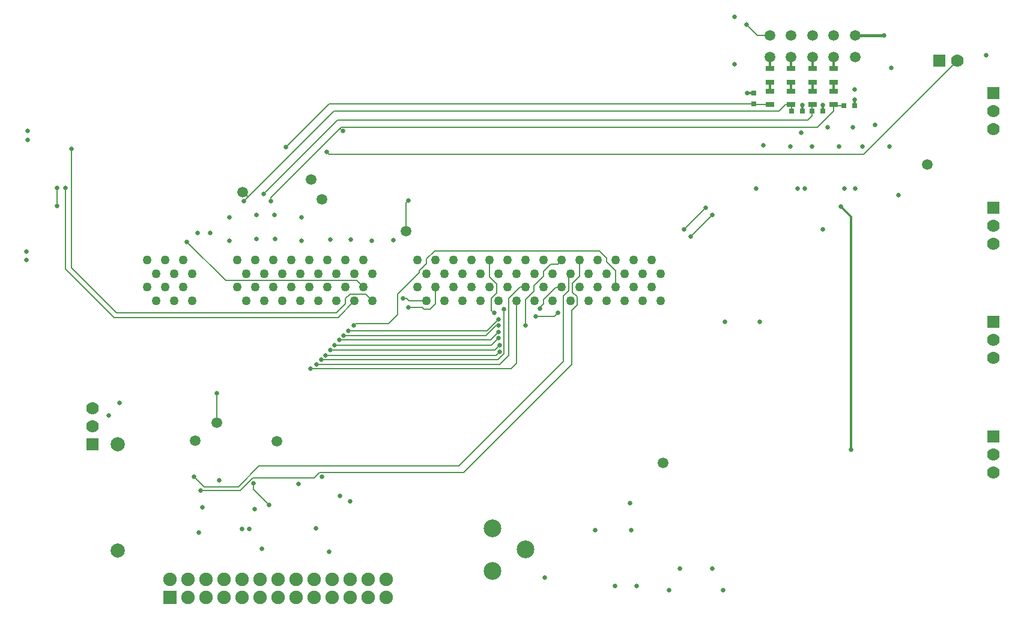
<source format=gbl>
G04 #@! TF.FileFunction,Copper,L4,Bot,Signal*
%FSLAX46Y46*%
G04 Gerber Fmt 4.6, Leading zero omitted, Abs format (unit mm)*
G04 Created by KiCad (PCBNEW (2016-07-28 BZR 6996, Git e15ad93)-product) date Mon Aug  8 00:28:43 2016*
%MOMM*%
%LPD*%
G01*
G04 APERTURE LIST*
%ADD10C,0.100000*%
%ADD11R,1.300000X0.700000*%
%ADD12R,0.800000X0.750000*%
%ADD13C,1.270000*%
%ADD14C,1.778000*%
%ADD15R,1.778000X1.778000*%
%ADD16C,2.500000*%
%ADD17C,1.500000*%
%ADD18R,1.905000X1.905000*%
%ADD19O,1.905000X1.905000*%
%ADD20C,1.998980*%
%ADD21C,1.501140*%
%ADD22R,0.750000X0.800000*%
%ADD23C,0.635000*%
%ADD24C,0.406400*%
%ADD25C,0.304800*%
%ADD26C,0.152400*%
G04 APERTURE END LIST*
D10*
D11*
X114204000Y73562000D03*
X114204000Y75462000D03*
D12*
X114185000Y72644000D03*
X115685000Y72644000D03*
X118630000Y73406000D03*
X120130000Y73406000D03*
D13*
X20447000Y47815500D03*
X21717000Y45910500D03*
X22987000Y47815500D03*
X24257000Y45910500D03*
X25527000Y47815500D03*
X26797000Y45910500D03*
X33147000Y47815500D03*
X34417000Y45910500D03*
X35687000Y47815500D03*
X36957000Y45910500D03*
X38227000Y47815500D03*
X39497000Y45910500D03*
X40767000Y47815500D03*
X42037000Y45910500D03*
X43307000Y47815500D03*
X44577000Y45910500D03*
X45847000Y47815500D03*
X47117000Y45910500D03*
X48387000Y47815500D03*
X49657000Y45910500D03*
X50927000Y47815500D03*
X52197000Y45910500D03*
X58547000Y47815500D03*
X59817000Y45910500D03*
X61087000Y47815500D03*
X62357000Y45910500D03*
X63627000Y47815500D03*
X64897000Y45910500D03*
X66167000Y47815500D03*
X67437000Y45910500D03*
X68707000Y47815500D03*
X69977000Y45910500D03*
X71247000Y47815500D03*
X72517000Y45910500D03*
X73787000Y47815500D03*
X75057000Y45910500D03*
X76327000Y47815500D03*
X77597000Y45910500D03*
X78867000Y47815500D03*
X80137000Y45910500D03*
X81407000Y47815500D03*
X82677000Y45910500D03*
X83947000Y47815500D03*
X85217000Y45910500D03*
X86487000Y47815500D03*
X87757000Y45910500D03*
X89027000Y47815500D03*
X90297000Y45910500D03*
X91567000Y47815500D03*
X92837000Y45910500D03*
X20447000Y51625500D03*
X21717000Y49720500D03*
X22987000Y51625500D03*
X24257000Y49720500D03*
X25527000Y51625500D03*
X26797000Y49720500D03*
X33147000Y51625500D03*
X34417000Y49720500D03*
X35687000Y51625500D03*
X36957000Y49720500D03*
X38227000Y51625500D03*
X39497000Y49720500D03*
X40767000Y51625500D03*
X42037000Y49720500D03*
X43307000Y51625500D03*
X44577000Y49720500D03*
X45847000Y51625500D03*
X47117000Y49720500D03*
X48387000Y51625500D03*
X49657000Y49720500D03*
X50927000Y51625500D03*
X52197000Y49720500D03*
X58547000Y51625500D03*
X59817000Y49720500D03*
X61087000Y51625500D03*
X62357000Y49720500D03*
X63627000Y51625500D03*
X64897000Y49720500D03*
X66167000Y51625500D03*
X67437000Y49720500D03*
X68707000Y51625500D03*
X69977000Y49720500D03*
X71247000Y51625500D03*
X72517000Y49720500D03*
X73787000Y51625500D03*
X75057000Y49720500D03*
X76327000Y51625500D03*
X77597000Y49720500D03*
X78867000Y51625500D03*
X80137000Y49720500D03*
X81407000Y51625500D03*
X82677000Y49720500D03*
X83947000Y51625500D03*
X85217000Y49720500D03*
X86487000Y51625500D03*
X87757000Y49720500D03*
X89027000Y51625500D03*
X90297000Y49720500D03*
X91567000Y51625500D03*
X92837000Y49720500D03*
D14*
X12700000Y30734000D03*
X12700000Y28194000D03*
D15*
X12700000Y25654000D03*
D16*
X69088000Y13820140D03*
X69088000Y7820660D03*
X73787000Y10820400D03*
D17*
X108204000Y83312000D03*
X108204000Y80312000D03*
X111204000Y80312000D03*
X111204000Y83312000D03*
X114204000Y83312000D03*
X114204000Y80312000D03*
X117204000Y80312000D03*
X117204000Y83312000D03*
X120204000Y80312000D03*
X120204000Y83312000D03*
D14*
X134620000Y79756000D03*
D15*
X132080000Y79756000D03*
D14*
X139700000Y70104000D03*
X139700000Y72644000D03*
D15*
X139700000Y75184000D03*
D14*
X139700000Y53975000D03*
X139700000Y56515000D03*
D15*
X139700000Y59055000D03*
D14*
X139700000Y37846000D03*
X139700000Y40386000D03*
D15*
X139700000Y42926000D03*
D14*
X139700000Y21717000D03*
X139700000Y24257000D03*
D15*
X139700000Y26797000D03*
D18*
X23622000Y4064000D03*
D19*
X23622000Y6604000D03*
X26162000Y4064000D03*
X26162000Y6604000D03*
X28702000Y4064000D03*
X28702000Y6604000D03*
X31242000Y4064000D03*
X31242000Y6604000D03*
X33782000Y4064000D03*
X33782000Y6604000D03*
X36322000Y4064000D03*
X36322000Y6604000D03*
X38862000Y4064000D03*
X38862000Y6604000D03*
X41402000Y4064000D03*
X41402000Y6604000D03*
X43942000Y4064000D03*
X43942000Y6604000D03*
X46482000Y4064000D03*
X46482000Y6604000D03*
X49022000Y4064000D03*
X49022000Y6604000D03*
X51562000Y4064000D03*
X51562000Y6604000D03*
X54102000Y4064000D03*
X54102000Y6604000D03*
D20*
X16256000Y10668000D03*
X16256000Y25668000D03*
D11*
X117204000Y76762000D03*
X117204000Y78662000D03*
X117204000Y73562000D03*
X117204000Y75462000D03*
X114204000Y76762000D03*
X114204000Y78662000D03*
X111204000Y76762000D03*
X111204000Y78662000D03*
X111204000Y73562000D03*
X111204000Y75462000D03*
X108204000Y76762000D03*
X108204000Y78662000D03*
X108204000Y73562000D03*
X108204000Y75462000D03*
D21*
X38735000Y26098500D03*
X130429000Y65151000D03*
X93154500Y23050500D03*
X43561000Y62992000D03*
X56896000Y55753000D03*
X33909000Y61214000D03*
X45085000Y60198000D03*
X27178000Y26162000D03*
X30226000Y28702000D03*
D12*
X111264000Y72644000D03*
X112764000Y72644000D03*
D22*
X105918000Y73672000D03*
X105918000Y75172000D03*
D23*
X27559000Y55499000D03*
X29337000Y55499000D03*
X124333000Y83312000D03*
X115697000Y56007000D03*
X138684000Y80518000D03*
X103251000Y85979000D03*
X106299000Y61722000D03*
X120269000Y61722000D03*
X112141000Y61722000D03*
X113157000Y61722000D03*
X118745000Y61722000D03*
X126365000Y60833000D03*
X123063000Y70739000D03*
X125095000Y67691000D03*
X121285000Y67691000D03*
X107315000Y67818000D03*
X111125000Y67691000D03*
X117983000Y67691000D03*
X114173000Y67691000D03*
X103251000Y79248000D03*
X125349000Y78740000D03*
X105029000Y75184000D03*
X120142000Y74295000D03*
X112776000Y73533000D03*
X115697000Y73533000D03*
X3429000Y52832000D03*
X3556000Y69850000D03*
X55118000Y54483000D03*
X52058000Y54400000D03*
X49137000Y54500000D03*
X46216000Y54500000D03*
X120142000Y75692000D03*
X38354000Y58039000D03*
X35814000Y58039000D03*
X32004000Y57658000D03*
X32004000Y54356000D03*
X42164000Y57658000D03*
X42164000Y54356000D03*
X35814000Y54610000D03*
X38481000Y54610000D03*
X76454000Y6858000D03*
X88519000Y17399000D03*
X88646000Y13589000D03*
X83566000Y13589000D03*
X46101000Y10541000D03*
X44196000Y13843000D03*
X49022000Y17653000D03*
X45085000Y21082000D03*
X41783000Y20066000D03*
X30607000Y20574000D03*
X35560000Y16510000D03*
X36576000Y10922000D03*
X101600000Y5080000D03*
X100076000Y8128000D03*
X86360000Y5715000D03*
X16510000Y31496000D03*
X14986000Y29718000D03*
X28194000Y16764000D03*
X27686000Y13208000D03*
X33782000Y13716000D03*
X3429000Y51689000D03*
X3556000Y68580000D03*
X101854000Y42926000D03*
X47625000Y18415000D03*
X93980000Y5080000D03*
X95504000Y8128000D03*
X89408000Y5715000D03*
X34798000Y13716000D03*
X118237000Y59182000D03*
X119634000Y24892000D03*
X48006000Y69850000D03*
X37846000Y59944000D03*
X36830000Y60960000D03*
X34036000Y59944000D03*
X40005000Y67564000D03*
X9779000Y67310000D03*
X26035000Y54229000D03*
X8890000Y61849000D03*
X7747000Y59309000D03*
X7747000Y61849000D03*
X49530000Y42418000D03*
X78359000Y44196000D03*
X75184000Y43688000D03*
X69977000Y43307000D03*
X48768000Y41656000D03*
X73787000Y42418000D03*
X69977000Y42418000D03*
X48133000Y41021000D03*
X47498000Y40386000D03*
X69977000Y41529000D03*
X75819000Y44831000D03*
X46863000Y39624000D03*
X69977000Y40640000D03*
X70104000Y39624000D03*
X46228000Y38989000D03*
X70104000Y38735000D03*
X45593000Y38227000D03*
X70739000Y44704000D03*
X44958000Y37592000D03*
X44323000Y36957000D03*
X43434000Y36322000D03*
X45720000Y66929000D03*
X57277000Y60071000D03*
X96139000Y56007000D03*
X99187000Y59055000D03*
X100076000Y58039000D03*
X97028000Y54991000D03*
X30226000Y32893000D03*
X69342000Y44196000D03*
X35433000Y20193000D03*
X37592000Y17145000D03*
X27051000Y21082000D03*
X27940000Y19177000D03*
X104902000Y84836000D03*
X116332000Y70358000D03*
X119888000Y70358000D03*
X112649000Y69596000D03*
X106807000Y42926000D03*
X56515000Y46228000D03*
X57277000Y44958000D03*
D24*
X120204000Y83312000D02*
X124333000Y83312000D01*
D25*
X105918000Y75172000D02*
X105041000Y75172000D01*
X105041000Y75172000D02*
X105029000Y75184000D01*
X120130000Y73406000D02*
X120130000Y74283000D01*
X120130000Y74283000D02*
X120142000Y74295000D01*
X112764000Y72644000D02*
X112764000Y73521000D01*
X112764000Y73521000D02*
X112776000Y73533000D01*
X115685000Y72644000D02*
X115685000Y73521000D01*
X115685000Y73521000D02*
X115697000Y73533000D01*
X52058000Y54400000D02*
X52100000Y54400000D01*
X49137000Y54500000D02*
X49100000Y54500000D01*
X46216000Y54500000D02*
X46200000Y54500000D01*
X119634000Y57785000D02*
X118237000Y59182000D01*
X119634000Y24892000D02*
X119634000Y47752000D01*
X119634000Y47752000D02*
X119634000Y57785000D01*
D26*
X48006000Y69850000D02*
X47625000Y70231000D01*
X118630000Y73406000D02*
X117360000Y73406000D01*
X117360000Y73406000D02*
X117204000Y73562000D01*
X114554000Y70358000D02*
X114935000Y70358000D01*
X114554000Y70358000D02*
X47752000Y70358000D01*
X47752000Y70358000D02*
X47625000Y70231000D01*
X47625000Y70231000D02*
X37846000Y60452000D01*
X37846000Y60452000D02*
X37846000Y59944000D01*
X117204000Y72627000D02*
X117204000Y73562000D01*
X114935000Y70358000D02*
X117204000Y72627000D01*
X47752000Y71374000D02*
X47244000Y71374000D01*
X113538000Y71374000D02*
X114185000Y72021000D01*
X114185000Y72644000D02*
X114185000Y72021000D01*
X47752000Y71374000D02*
X113538000Y71374000D01*
X47244000Y71374000D02*
X36830000Y60960000D01*
X114185000Y72644000D02*
X114185000Y73543000D01*
X114185000Y73543000D02*
X114204000Y73562000D01*
X33909000Y61214000D02*
X34607500Y60515500D01*
X34607500Y60515500D02*
X34671000Y60579000D01*
X111264000Y72644000D02*
X111264000Y73502000D01*
X111264000Y73502000D02*
X111204000Y73562000D01*
X109474000Y72644000D02*
X46736000Y72644000D01*
X110236000Y73406000D02*
X109474000Y72644000D01*
X46736000Y72644000D02*
X34671000Y60579000D01*
X34671000Y60579000D02*
X34036000Y59944000D01*
X111204000Y73562000D02*
X110392000Y73562000D01*
X110392000Y73562000D02*
X110236000Y73406000D01*
X105918000Y73672000D02*
X46113000Y73672000D01*
X46113000Y73672000D02*
X40005000Y67564000D01*
X108204000Y73562000D02*
X106028000Y73562000D01*
X106028000Y73562000D02*
X105918000Y73672000D01*
D25*
X111204000Y78662000D02*
X111204000Y80312000D01*
X114204000Y78662000D02*
X114204000Y80312000D01*
X117204000Y78662000D02*
X117204000Y80312000D01*
D26*
X52197000Y45910500D02*
X51244500Y46863000D01*
X9779000Y50546000D02*
X9779000Y67310000D01*
X16129000Y44196000D02*
X9779000Y50546000D01*
X47117000Y44196000D02*
X16129000Y44196000D01*
X48387000Y45466000D02*
X47117000Y44196000D01*
X48387000Y46228000D02*
X48387000Y45466000D01*
X49022000Y46863000D02*
X48387000Y46228000D01*
X51244500Y46863000D02*
X49022000Y46863000D01*
X50927000Y47815500D02*
X49974500Y48768000D01*
X31496000Y48768000D02*
X26035000Y54229000D01*
X49974500Y48768000D02*
X31496000Y48768000D01*
X47307500Y43561000D02*
X49657000Y45910500D01*
X15748000Y43561000D02*
X47307500Y43561000D01*
X8890000Y50419000D02*
X15748000Y43561000D01*
X8890000Y61849000D02*
X8890000Y50419000D01*
X7747000Y61849000D02*
X7747000Y59309000D01*
X86487000Y50165000D02*
X86487000Y47815500D01*
X85217000Y51435000D02*
X86487000Y50165000D01*
X85217000Y51943000D02*
X85217000Y51435000D01*
X84201000Y52959000D02*
X85217000Y51943000D01*
X60960000Y52959000D02*
X84201000Y52959000D01*
X59817000Y51816000D02*
X60960000Y52959000D01*
X59817000Y51181000D02*
X59817000Y51816000D01*
X58801000Y50165000D02*
X59817000Y51181000D01*
X58801000Y49911000D02*
X58801000Y50165000D01*
X55753000Y46863000D02*
X58801000Y49911000D01*
X55753000Y43942000D02*
X55753000Y46863000D01*
X54483000Y42672000D02*
X55753000Y43942000D01*
X49784000Y42672000D02*
X54483000Y42672000D01*
X49530000Y42418000D02*
X49784000Y42672000D01*
X77851000Y43688000D02*
X78359000Y44196000D01*
X75184000Y43688000D02*
X77851000Y43688000D01*
X68326000Y41656000D02*
X69977000Y43307000D01*
X48768000Y41656000D02*
X68326000Y41656000D01*
X78295500Y51054000D02*
X78867000Y51625500D01*
X77343000Y51054000D02*
X78295500Y51054000D01*
X76327000Y50038000D02*
X77343000Y51054000D01*
X76327000Y49403000D02*
X76327000Y50038000D01*
X74930000Y48006000D02*
X76327000Y49403000D01*
X74930000Y47244000D02*
X74930000Y48006000D01*
X73787000Y46101000D02*
X74930000Y47244000D01*
X73787000Y42418000D02*
X73787000Y46101000D01*
X69596000Y42418000D02*
X69977000Y42418000D01*
X68199000Y41021000D02*
X69596000Y42418000D01*
X48133000Y41021000D02*
X68199000Y41021000D01*
X47498000Y40386000D02*
X68834000Y40386000D01*
X68834000Y40386000D02*
X69977000Y41529000D01*
X77978000Y47752000D02*
X78803500Y47752000D01*
X77851000Y47625000D02*
X77978000Y47752000D01*
X76327000Y46101000D02*
X77851000Y47625000D01*
X76327000Y45466000D02*
X76327000Y46101000D01*
X75819000Y44958000D02*
X76327000Y45466000D01*
X75819000Y44831000D02*
X75819000Y44958000D01*
X78803500Y47752000D02*
X78867000Y47815500D01*
X46863000Y39624000D02*
X68961000Y39624000D01*
X68961000Y39624000D02*
X69977000Y40640000D01*
X69469000Y38989000D02*
X70104000Y39624000D01*
X46228000Y38989000D02*
X69469000Y38989000D01*
X69596000Y38227000D02*
X70104000Y38735000D01*
X45593000Y38227000D02*
X69596000Y38227000D01*
X70739000Y38481000D02*
X70739000Y44704000D01*
X69850000Y37592000D02*
X70739000Y38481000D01*
X44958000Y37592000D02*
X69850000Y37592000D01*
X44323000Y36957000D02*
X70104000Y36957000D01*
X70104000Y36957000D02*
X71374000Y38227000D01*
X71374000Y38227000D02*
X71374000Y46228000D01*
X71374000Y46228000D02*
X72961500Y47815500D01*
X72961500Y47815500D02*
X73787000Y47815500D01*
X72517000Y37084000D02*
X72517000Y45910500D01*
X71755000Y36322000D02*
X72517000Y37084000D01*
X43434000Y36322000D02*
X71755000Y36322000D01*
X48641000Y66548000D02*
X46101000Y66548000D01*
X121412000Y66548000D02*
X48641000Y66548000D01*
X134620000Y79756000D02*
X121412000Y66548000D01*
X46101000Y66548000D02*
X45720000Y66929000D01*
X56896000Y55753000D02*
X56896000Y59690000D01*
X56896000Y59690000D02*
X57277000Y60071000D01*
X96139000Y56007000D02*
X99187000Y59055000D01*
X100076000Y58039000D02*
X97028000Y54991000D01*
X30226000Y28702000D02*
X30226000Y32893000D01*
X68707000Y49403000D02*
X68707000Y49276000D01*
X68707000Y51625500D02*
X68707000Y49403000D01*
X68961000Y44577000D02*
X69342000Y44196000D01*
X68961000Y46228000D02*
X68961000Y44577000D01*
X69723000Y46990000D02*
X68961000Y46228000D01*
X69723000Y48260000D02*
X69723000Y46990000D01*
X68707000Y49276000D02*
X69723000Y48260000D01*
X35433000Y19304000D02*
X35433000Y20193000D01*
X37592000Y17145000D02*
X35433000Y19304000D01*
X79121000Y39878000D02*
X79121000Y46609000D01*
X27051000Y21082000D02*
X28448000Y19685000D01*
X28448000Y19685000D02*
X33274000Y19685000D01*
X33274000Y19685000D02*
X36195000Y22606000D01*
X36195000Y22606000D02*
X64389000Y22606000D01*
X64389000Y22606000D02*
X79121000Y37338000D01*
X79121000Y37338000D02*
X79121000Y39878000D01*
X79883000Y47371000D02*
X79883000Y49022000D01*
X79121000Y46609000D02*
X79883000Y47371000D01*
X79883000Y49022000D02*
X80137000Y49720500D01*
X80264000Y39243000D02*
X80264000Y44577000D01*
X43942000Y20955000D02*
X44704000Y21717000D01*
X44704000Y21717000D02*
X65024000Y21717000D01*
X65024000Y21717000D02*
X80264000Y36957000D01*
X80264000Y36957000D02*
X80264000Y39243000D01*
X33528000Y19177000D02*
X35306000Y20955000D01*
X27940000Y19177000D02*
X33528000Y19177000D01*
X35306000Y20955000D02*
X36703000Y20955000D01*
X36703000Y20955000D02*
X43942000Y20955000D01*
X81407000Y49403000D02*
X81407000Y51625500D01*
X80391000Y48387000D02*
X81407000Y49403000D01*
X80391000Y47117000D02*
X80391000Y48387000D01*
X81026000Y46482000D02*
X80391000Y47117000D01*
X81026000Y45339000D02*
X81026000Y46482000D01*
X80264000Y44577000D02*
X81026000Y45339000D01*
D25*
X108204000Y78662000D02*
X108204000Y80312000D01*
D26*
X104902000Y84836000D02*
X106426000Y83312000D01*
X106426000Y83312000D02*
X108204000Y83312000D01*
D25*
X117204000Y76762000D02*
X117204000Y75462000D01*
X114204000Y76762000D02*
X114204000Y75462000D01*
X111204000Y76762000D02*
X111204000Y75462000D01*
X108204000Y76762000D02*
X108204000Y75462000D01*
D26*
X59817000Y45910500D02*
X57340500Y45910500D01*
X56515000Y46228000D02*
X57023000Y46228000D01*
X57340500Y45910500D02*
X57023000Y46228000D01*
X59182000Y44958000D02*
X59436000Y44704000D01*
X57277000Y44958000D02*
X59182000Y44958000D01*
X61087000Y45466000D02*
X61087000Y47815500D01*
X59436000Y44704000D02*
X60325000Y44704000D01*
X60325000Y44704000D02*
X61087000Y45466000D01*
M02*

</source>
